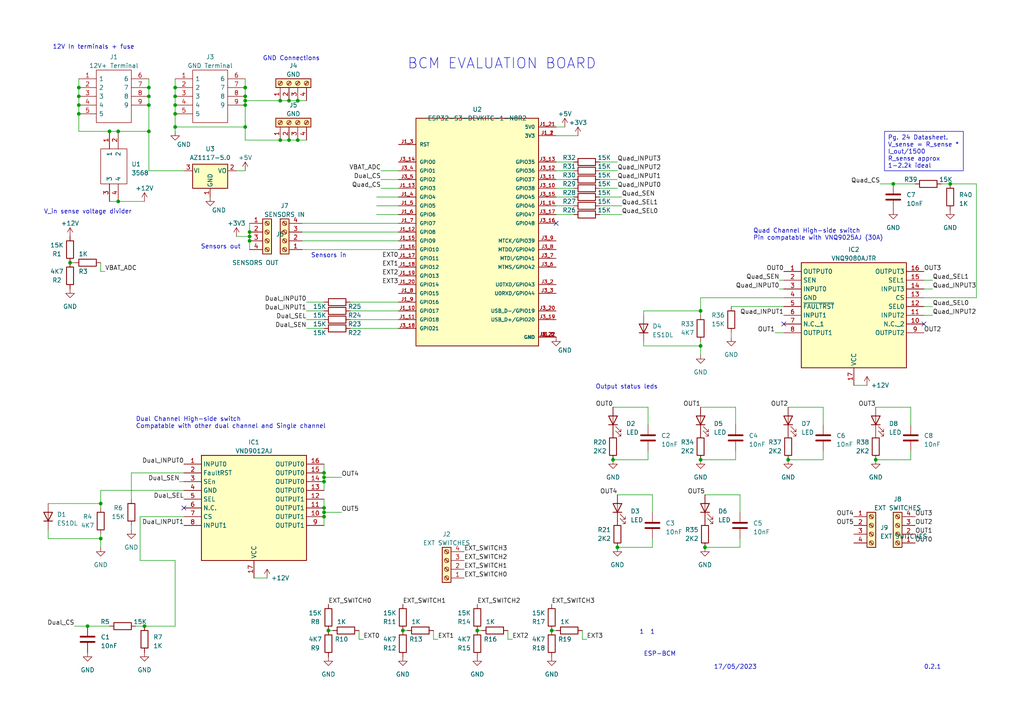
<source format=kicad_sch>
(kicad_sch (version 20230121) (generator eeschema)
  (paper "A4")
  (lib_symbols
    (symbol "3568:3568" (pin_names (offset 0.762))
      (property "Reference" "U" (at 16.51 7.62 0))
      (property "Value" "3568" (at 16.51 5.08 0))
      (symbol "3568_0_0"
        (pin passive line (at 0 -2.54 0) (length 5.08) (name "1") (number "1"))
        (pin passive line (at 0 0 0) (length 5.08) (name "2") (number "2"))
        (pin passive line (at 20.32 -2.54 180) (length 5.08) (name "3") (number "3"))
        (pin passive line (at 20.32 0 180) (length 5.08) (name "4") (number "4"))
      )
    )
    (symbol "74650194R:74650194R" (pin_names (offset 0.762))
      (property "Reference" "J" (at 16.51 7.62 0))
      (property "Value" "74650194R" (at 16.51 5.08 0))
      (symbol "74650194R_0_0"
        (pin passive line (at 0 0 0) (length 5.08) (name "1") (number "1"))
        (pin passive line (at 0 -2.54 0) (length 5.08) (name "2") (number "2"))
        (pin passive line (at 0 -5.08 0) (length 5.08) (name "3") (number "3"))
        (pin passive line (at 0 -7.62 0) (length 5.08) (name "4") (number "4"))
        (pin passive line (at 0 -10.16 0) (length 5.08) (name "5") (number "5"))
        (pin passive line (at 20.32 0 180) (length 5.08) (name "6") (number "6"))
        (pin passive line (at 20.32 -2.54 180) (length 5.08) (name "7") (number "7"))
        (pin passive line (at 20.32 -5.08 180) (length 5.08) (name "8") (number "8"))
        (pin passive line (at 20.32 -7.62 180) (length 5.08) (name "9") (number "9"))
      )
    )
    (symbol "BCM:VND9016AJ"
      (property "Reference" "IC" (at 36.83 7.62 0))
      (property "Value" "VND9016AJ" (at 36.83 5.08 0))
      (symbol "VND9016AJ_1_1"
        (pin passive line (at 0 0 0) (length 5.08) (name "INPUT0") (number "1"))
        (pin passive line (at 40.64 -15.24 180) (length 5.08) (name "OUTPUT1") (number "10"))
        (pin passive line (at 40.64 -12.7 180) (length 5.08) (name "OUTPUT1") (number "11"))
        (pin passive line (at 40.64 -10.16 180) (length 5.08) (name "OUTPUT1") (number "12"))
        (pin passive line (at 40.64 -7.62 180) (length 5.08) (name "OUTPUT0") (number "13"))
        (pin passive line (at 40.64 -5.08 180) (length 5.08) (name "OUTPUT0") (number "14"))
        (pin passive line (at 40.64 -2.54 180) (length 5.08) (name "OUTPUT0") (number "15"))
        (pin passive line (at 40.64 0 180) (length 5.08) (name "OUTPUT0") (number "16"))
        (pin passive line (at 20.32 -33.02 90) (length 5.08) (name "VCC") (number "17"))
        (pin passive line (at 0 -2.54 0) (length 5.08) (name "FaultRST") (number "2"))
        (pin passive line (at 0 -5.08 0) (length 5.08) (name "SEn") (number "3"))
        (pin passive line (at 0 -7.62 0) (length 5.08) (name "GND") (number "4"))
        (pin passive line (at 0 -10.16 0) (length 5.08) (name "SEL") (number "5"))
        (pin passive line (at 0 -12.7 0) (length 5.08) (name "N.C.") (number "6"))
        (pin passive line (at 0 -15.24 0) (length 5.08) (name "CS") (number "7"))
        (pin passive line (at 0 -17.78 0) (length 5.08) (name "INPUT1") (number "8"))
        (pin passive line (at 40.64 -17.78 180) (length 5.08) (name "OUTPUT1") (number "9"))
      )
    )
    (symbol "Connector:Screw_Terminal_01x04" (pin_names (offset 1.016) hide)
      (property "Reference" "J" (at 0 5.08 0))
      (property "Value" "Screw_Terminal_01x04" (at 0 -7.62 0))
      (symbol "Screw_Terminal_01x04_1_1"
        (pin passive line (at -5.08 2.54 0) (length 3.81) (name "Pin_1") (number "1"))
        (pin passive line (at -5.08 0 0) (length 3.81) (name "Pin_2") (number "2"))
        (pin passive line (at -5.08 -2.54 0) (length 3.81) (name "Pin_3") (number "3"))
        (pin passive line (at -5.08 -5.08 0) (length 3.81) (name "Pin_4") (number "4"))
      )
    )
    (symbol "Device:C" (pin_numbers hide) (pin_names (offset 0.254))
      (property "Reference" "C" (at 0.635 2.54 0))
      (property "Value" "C" (at 0.635 -2.54 0))
      (symbol "C_1_1"
        (pin passive line (at 0 3.81 270) (length 2.794) (name "~") (number "1"))
        (pin passive line (at 0 -3.81 90) (length 2.794) (name "~") (number "2"))
      )
    )
    (symbol "Device:D" (pin_numbers hide) (pin_names (offset 1.016) hide)
      (property "Reference" "D" (at 0 2.54 0))
      (property "Value" "D" (at 0 -2.54 0))
      (symbol "D_1_1"
        (pin passive line (at -3.81 0 0) (length 2.54) (name "K") (number "1"))
        (pin passive line (at 3.81 0 180) (length 2.54) (name "A") (number "2"))
      )
    )
    (symbol "Device:LED" (pin_numbers hide) (pin_names (offset 1.016) hide)
      (property "Reference" "D" (at 0 2.54 0))
      (property "Value" "LED" (at 0 -2.54 0))
      (symbol "LED_1_1"
        (pin passive line (at -3.81 0 0) (length 2.54) (name "K") (number "1"))
        (pin passive line (at 3.81 0 180) (length 2.54) (name "A") (number "2"))
      )
    )
    (symbol "Device:R" (pin_numbers hide) (pin_names (offset 0))
      (property "Reference" "R" (at 2.032 0 90))
      (property "Value" "R" (at 0 0 90))
      (symbol "R_1_1"
        (pin passive line (at 0 3.81 270) (length 1.27) (name "~") (number "1"))
        (pin passive line (at 0 -3.81 90) (length 1.27) (name "~") (number "2"))
      )
    )
    (symbol "ESP32-S3-DEVKITC-1-N8R2:ESP32-S3-DEVKITC-1-N8R2" (pin_names (offset 1.016))
      (property "Reference" "U" (at -17.78 35.56 0))
      (property "Value" "ESP32-S3-DEVKITC-1-N8R2" (at -17.78 -35.56 0))
      (symbol "ESP32-S3-DEVKITC-1-N8R2_0_0"
        (pin power_in line (at 22.86 27.94 180) (length 5.08) (name "3V3") (number "J1_1"))
        (pin bidirectional line (at -22.86 -22.86 0) (length 5.08) (name "GPIO17") (number "J1_10"))
        (pin bidirectional line (at -22.86 -25.4 0) (length 5.08) (name "GPIO18") (number "J1_11"))
        (pin bidirectional line (at -22.86 0 0) (length 5.08) (name "GPIO8") (number "J1_12"))
        (pin bidirectional line (at -22.86 12.7 0) (length 5.08) (name "GPIO3") (number "J1_13"))
        (pin bidirectional line (at 22.86 7.62 180) (length 5.08) (name "GPIO46") (number "J1_14"))
        (pin bidirectional line (at -22.86 -2.54 0) (length 5.08) (name "GPIO9") (number "J1_15"))
        (pin bidirectional line (at -22.86 -5.08 0) (length 5.08) (name "GPIO10") (number "J1_16"))
        (pin bidirectional line (at -22.86 -7.62 0) (length 5.08) (name "GPIO11") (number "J1_17"))
        (pin bidirectional line (at -22.86 -10.16 0) (length 5.08) (name "GPIO12") (number "J1_18"))
        (pin bidirectional line (at -22.86 -12.7 0) (length 5.08) (name "GPIO13") (number "J1_19"))
        (pin power_in line (at 22.86 27.94 180) (length 5.08) (name "3V3") (number "J1_2"))
        (pin bidirectional line (at -22.86 -15.24 0) (length 5.08) (name "GPIO14") (number "J1_20"))
        (pin power_in line (at 22.86 30.48 180) (length 5.08) (name "5V0") (number "J1_21"))
        (pin power_in line (at 22.86 -30.48 180) (length 5.08) (name "GND") (number "J1_22"))
        (pin input line (at -22.86 25.4 0) (length 5.08) (name "RST") (number "J1_3"))
        (pin bidirectional line (at -22.86 10.16 0) (length 5.08) (name "GPIO4") (number "J1_4"))
        (pin bidirectional line (at -22.86 7.62 0) (length 5.08) (name "GPIO5") (number "J1_5"))
        (pin bidirectional line (at -22.86 5.08 0) (length 5.08) (name "GPIO6") (number "J1_6"))
        (pin bidirectional line (at -22.86 2.54 0) (length 5.08) (name "GPIO7") (number "J1_7"))
        (pin bidirectional line (at -22.86 -17.78 0) (length 5.08) (name "GPIO15") (number "J1_8"))
        (pin bidirectional line (at -22.86 -20.32 0) (length 5.08) (name "GPIO16") (number "J1_9"))
        (pin power_in line (at 22.86 -30.48 180) (length 5.08) (name "GND") (number "J3_1"))
        (pin bidirectional line (at 22.86 12.7 180) (length 5.08) (name "GPIO38") (number "J3_10"))
        (pin bidirectional line (at 22.86 15.24 180) (length 5.08) (name "GPIO37") (number "J3_11"))
        (pin bidirectional line (at 22.86 17.78 180) (length 5.08) (name "GPIO36") (number "J3_12"))
        (pin bidirectional line (at 22.86 20.32 180) (length 5.08) (name "GPIO35") (number "J3_13"))
        (pin bidirectional line (at -22.86 20.32 0) (length 5.08) (name "GPIO0") (number "J3_14"))
        (pin bidirectional line (at 22.86 10.16 180) (length 5.08) (name "GPIO45") (number "J3_15"))
        (pin bidirectional line (at 22.86 2.54 180) (length 5.08) (name "GPIO48") (number "J3_16"))
        (pin bidirectional line (at 22.86 5.08 180) (length 5.08) (name "GPIO47") (number "J3_17"))
        (pin bidirectional line (at -22.86 -27.94 0) (length 5.08) (name "GPIO21") (number "J3_18"))
        (pin bidirectional line (at 22.86 -25.4 180) (length 5.08) (name "USB_D+/GPIO20") (number "J3_19"))
        (pin bidirectional line (at 22.86 -15.24 180) (length 5.08) (name "U0TXD/GPIO43") (number "J3_2"))
        (pin bidirectional line (at 22.86 -22.86 180) (length 5.08) (name "USB_D-/GPIO19") (number "J3_20"))
        (pin power_in line (at 22.86 -30.48 180) (length 5.08) (name "GND") (number "J3_21"))
        (pin power_in line (at 22.86 -30.48 180) (length 5.08) (name "GND") (number "J3_22"))
        (pin bidirectional line (at 22.86 -17.78 180) (length 5.08) (name "U0RXD/GPIO44") (number "J3_3"))
        (pin bidirectional line (at -22.86 17.78 0) (length 5.08) (name "GPIO1") (number "J3_4"))
        (pin bidirectional line (at -22.86 15.24 0) (length 5.08) (name "GPIO2") (number "J3_5"))
        (pin bidirectional line (at 22.86 -10.16 180) (length 5.08) (name "MTMS/GPIO42") (number "J3_6"))
        (pin bidirectional line (at 22.86 -7.62 180) (length 5.08) (name "MTDI/GPIO41") (number "J3_7"))
        (pin bidirectional line (at 22.86 -5.08 180) (length 5.08) (name "MTDO/GPIO40") (number "J3_8"))
        (pin bidirectional line (at 22.86 -2.54 180) (length 5.08) (name "MTCK/GPIO39") (number "J3_9"))
      )
    )
    (symbol "Regulator_Linear:AZ1117-5.0" (pin_names (offset 0.254))
      (property "Reference" "U" (at -3.81 3.175 0))
      (property "Value" "AZ1117-5.0" (at 0 3.175 0))
      (symbol "AZ1117-5.0_1_1"
        (pin power_in line (at 0 -7.62 90) (length 2.54) (name "GND") (number "1"))
        (pin power_out line (at 7.62 0 180) (length 2.54) (name "VO") (number "2"))
        (pin power_in line (at -7.62 0 0) (length 2.54) (name "VI") (number "3"))
      )
    )
    (symbol "VNQ9080AJTR:VNQ9080AJTR"
      (property "Reference" "IC" (at 36.83 7.62 0))
      (property "Value" "VNQ9080AJTR" (at 36.83 5.08 0))
      (symbol "VNQ9080AJTR_1_1"
        (pin passive line (at 0 0 0) (length 5.08) (name "OUTPUT0") (number "1"))
        (pin passive line (at 40.64 -15.24 180) (length 5.08) (name "N.C._2") (number "10"))
        (pin passive line (at 40.64 -12.7 180) (length 5.08) (name "INPUT2") (number "11"))
        (pin passive line (at 40.64 -10.16 180) (length 5.08) (name "SEL0") (number "12"))
        (pin passive line (at 40.64 -7.62 180) (length 5.08) (name "CS") (number "13"))
        (pin passive line (at 40.64 -5.08 180) (length 5.08) (name "INPUT3") (number "14"))
        (pin passive line (at 40.64 -2.54 180) (length 5.08) (name "SEL1") (number "15"))
        (pin passive line (at 40.64 0 180) (length 5.08) (name "OUTPUT3") (number "16"))
        (pin passive line (at 20.32 -33.02 90) (length 5.08) (name "VCC") (number "17"))
        (pin passive line (at 0 -2.54 0) (length 5.08) (name "SEN") (number "2"))
        (pin passive line (at 0 -5.08 0) (length 5.08) (name "INPUT0") (number "3"))
        (pin passive line (at 0 -7.62 0) (length 5.08) (name "GND") (number "4"))
        (pin passive line (at 0 -10.16 0) (length 5.08) (name "~{FAULTRST}") (number "5"))
        (pin passive line (at 0 -12.7 0) (length 5.08) (name "INPUT1") (number "6"))
        (pin passive line (at 0 -15.24 0) (length 5.08) (name "N.C._1") (number "7"))
        (pin passive line (at 0 -17.78 0) (length 5.08) (name "OUTPUT1") (number "8"))
        (pin passive line (at 40.64 -17.78 180) (length 5.08) (name "OUTPUT2") (number "9"))
      )
    )
    (symbol "power:+12V" (power) (pin_names (offset 0))
      (property "Value" "+12V" (at 0 3.556 0))
      (symbol "+12V_1_1"
        (pin power_in line (at 0 0 90) (length 0) hide (name "+12V") (number "1"))
      )
    )
    (symbol "power:+3V3" (power) (pin_names (offset 0))
      (property "Value" "+3V3" (at 0 3.556 0))
      (symbol "+3V3_1_1"
        (pin power_in line (at 0 0 90) (length 0) hide (name "+3V3") (number "1"))
      )
    )
    (symbol "power:+5V" (power) (pin_names (offset 0))
      (property "Value" "+5V" (at 0 3.556 0))
      (symbol "+5V_1_1"
        (pin power_in line (at 0 0 90) (length 0) hide (name "+5V") (number "1"))
      )
    )
    (symbol "power:GND" (power) (pin_names (offset 0))
      (property "Value" "GND" (at 0 -3.81 0))
      (symbol "GND_1_1"
        (pin power_in line (at 0 0 270) (length 0) hide (name "GND") (number "1"))
      )
    )
  )
  (junction (at 254 133.35))
  (junction (at 34.29 38.1))
  (junction (at 160.02 182.88))
  (junction (at 25.4 181.61))
  (junction (at 71.12 27.94))
  (junction (at 116.84 182.88))
  (junction (at 203.2 100.33))
  (junction (at 138.43 182.88))
  (junction (at 95.25 182.88))
  (junction (at 71.12 36.83))
  (junction (at 43.18 27.94))
  (junction (at 31.75 38.1))
  (junction (at 179.07 158.75))
  (junction (at 275.59 53.34))
  (junction (at 81.28 40.64))
  (junction (at 71.12 29.21))
  (junction (at 50.8 27.94))
  (junction (at 86.36 40.64))
  (junction (at 71.12 25.4))
  (junction (at 22.86 27.94))
  (junction (at 22.86 30.48))
  (junction (at 50.8 33.02))
  (junction (at 71.12 30.48))
  (junction (at 93.98 138.43))
  (junction (at 86.36 29.21))
  (junction (at 83.82 40.64))
  (junction (at 177.8 133.35))
  (junction (at 22.86 33.02))
  (junction (at 81.28 29.21))
  (junction (at 93.98 147.32))
  (junction (at 22.86 25.4))
  (junction (at 204.47 158.75))
  (junction (at 203.2 133.35))
  (junction (at 34.29 58.42))
  (junction (at 72.39 67.31))
  (junction (at 203.2 90.17))
  (junction (at 29.21 156.21))
  (junction (at 72.39 69.85))
  (junction (at 228.6 133.35))
  (junction (at 20.32 76.2))
  (junction (at 83.82 29.21))
  (junction (at 50.8 36.83))
  (junction (at 41.91 181.61))
  (junction (at 93.98 139.7))
  (junction (at 259.08 53.34))
  (junction (at 93.98 149.86))
  (junction (at 43.18 30.48))
  (junction (at 43.18 25.4))
  (junction (at 93.98 148.59))
  (junction (at 50.8 25.4))
  (junction (at 93.98 137.16))
  (junction (at 50.8 30.48))
  (junction (at 72.39 68.58))
  (junction (at 29.21 146.05))
  (junction (at 43.18 38.1))
  (no_connect (at 267.97 93.98))
  (no_connect (at 53.34 147.32))
  (no_connect (at 227.33 93.98))
  (no_connect (at 161.29 64.77))
  (wire (pts (xy 53.34 139.7) (xy 52.07 139.7)))
  (wire (pts (xy 203.2 90.17) (xy 203.2 86.36)))
  (wire (pts (xy 109.22 62.23) (xy 115.57 62.23)))
  (wire (pts (xy 203.2 90.17) (xy 186.69 90.17)))
  (wire (pts (xy 40.64 162.56) (xy 40.64 149.86)))
  (wire (pts (xy 86.36 40.64) (xy 83.82 40.64)))
  (wire (pts (xy 38.1 137.16) (xy 53.34 137.16)))
  (wire (pts (xy 264.16 118.11) (xy 254 118.11)))
  (wire (pts (xy 189.23 148.59) (xy 189.23 143.51)))
  (wire (pts (xy 173.99 62.23) (xy 180.34 62.23)))
  (wire (pts (xy 186.69 100.33) (xy 203.2 100.33)))
  (wire (pts (xy 168.91 185.42) (xy 168.91 182.88)))
  (wire (pts (xy 148.59 185.42) (xy 147.32 185.42)))
  (wire (pts (xy 43.18 25.4) (xy 43.18 27.94)))
  (wire (pts (xy 50.8 38.1) (xy 50.8 36.83)))
  (wire (pts (xy 29.21 156.21) (xy 29.21 158.75)))
  (wire (pts (xy 21.59 76.2) (xy 20.32 76.2)))
  (wire (pts (xy 170.18 185.42) (xy 168.91 185.42)))
  (wire (pts (xy 43.18 27.94) (xy 43.18 30.48)))
  (wire (pts (xy 43.18 49.53) (xy 43.18 38.1)))
  (wire (pts (xy 93.98 144.78) (xy 93.98 147.32)))
  (wire (pts (xy 50.8 30.48) (xy 50.8 27.94)))
  (wire (pts (xy 267.97 91.44) (xy 270.51 91.44)))
  (wire (pts (xy 264.16 123.19) (xy 264.16 118.11)))
  (wire (pts (xy 22.86 30.48) (xy 22.86 33.02)))
  (wire (pts (xy 101.6 90.17) (xy 115.57 90.17)))
  (wire (pts (xy 72.39 68.58) (xy 72.39 67.31)))
  (wire (pts (xy 203.2 90.17) (xy 203.2 91.44)))
  (wire (pts (xy 71.12 29.21) (xy 71.12 30.48)))
  (wire (pts (xy 161.29 49.53) (xy 166.37 49.53)))
  (wire (pts (xy 187.96 123.19) (xy 187.96 118.11)))
  (wire (pts (xy 43.18 30.48) (xy 43.18 38.1)))
  (wire (pts (xy 251.46 111.76) (xy 247.65 111.76)))
  (wire (pts (xy 101.6 95.25) (xy 115.57 95.25)))
  (wire (pts (xy 38.1 152.4) (xy 38.1 153.67)))
  (wire (pts (xy 109.22 57.15) (xy 115.57 57.15)))
  (wire (pts (xy 186.69 100.33) (xy 186.69 99.06)))
  (wire (pts (xy 213.36 130.81) (xy 213.36 133.35)))
  (wire (pts (xy 173.99 54.61) (xy 179.07 54.61)))
  (wire (pts (xy 238.76 123.19) (xy 238.76 118.11)))
  (wire (pts (xy 267.97 86.36) (xy 283.21 86.36)))
  (wire (pts (xy 214.63 148.59) (xy 214.63 143.51)))
  (wire (pts (xy 22.86 25.4) (xy 22.86 27.94)))
  (wire (pts (xy 226.06 81.28) (xy 227.33 81.28)))
  (wire (pts (xy 161.29 52.07) (xy 166.37 52.07)))
  (wire (pts (xy 72.39 72.39) (xy 72.39 69.85)))
  (wire (pts (xy 93.98 139.7) (xy 93.98 142.24)))
  (wire (pts (xy 72.39 67.31) (xy 72.39 64.77)))
  (wire (pts (xy 71.12 29.21) (xy 81.28 29.21)))
  (wire (pts (xy 53.34 49.53) (xy 43.18 49.53)))
  (wire (pts (xy 238.76 130.81) (xy 238.76 133.35)))
  (wire (pts (xy 203.2 99.06) (xy 203.2 100.33)))
  (wire (pts (xy 83.82 29.21) (xy 86.36 29.21)))
  (wire (pts (xy 50.8 162.56) (xy 40.64 162.56)))
  (wire (pts (xy 173.99 49.53) (xy 179.07 49.53)))
  (wire (pts (xy 71.12 49.53) (xy 68.58 49.53)))
  (wire (pts (xy 238.76 133.35) (xy 228.6 133.35)))
  (wire (pts (xy 173.99 59.69) (xy 180.34 59.69)))
  (wire (pts (xy 72.39 69.85) (xy 72.39 68.58)))
  (wire (pts (xy 270.51 81.28) (xy 267.97 81.28)))
  (wire (pts (xy 21.59 181.61) (xy 25.4 181.61)))
  (wire (pts (xy 224.79 96.52) (xy 227.33 96.52)))
  (wire (pts (xy 189.23 156.21) (xy 189.23 158.75)))
  (wire (pts (xy 34.29 38.1) (xy 43.18 38.1)))
  (wire (pts (xy 163.83 36.83) (xy 161.29 36.83)))
  (wire (pts (xy 161.29 62.23) (xy 166.37 62.23)))
  (wire (pts (xy 25.4 181.61) (xy 31.75 181.61)))
  (wire (pts (xy 213.36 123.19) (xy 213.36 118.11)))
  (wire (pts (xy 81.28 40.64) (xy 71.12 40.64)))
  (wire (pts (xy 167.64 39.37) (xy 161.29 39.37)))
  (wire (pts (xy 72.39 68.58) (xy 68.58 68.58)))
  (wire (pts (xy 161.29 182.88) (xy 160.02 182.88)))
  (wire (pts (xy 187.96 130.81) (xy 187.96 133.35)))
  (wire (pts (xy 110.49 54.61) (xy 115.57 54.61)))
  (wire (pts (xy 81.28 29.21) (xy 83.82 29.21)))
  (wire (pts (xy 214.63 156.21) (xy 214.63 158.75)))
  (wire (pts (xy 93.98 134.62) (xy 93.98 137.16)))
  (wire (pts (xy 22.86 22.86) (xy 22.86 25.4)))
  (wire (pts (xy 87.63 64.77) (xy 115.57 64.77)))
  (wire (pts (xy 93.98 138.43) (xy 93.98 139.7)))
  (wire (pts (xy 203.2 100.33) (xy 203.2 102.87)))
  (wire (pts (xy 87.63 67.31) (xy 115.57 67.31)))
  (wire (pts (xy 104.14 185.42) (xy 104.14 182.88)))
  (wire (pts (xy 50.8 33.02) (xy 50.8 30.48)))
  (wire (pts (xy 93.98 148.59) (xy 93.98 149.86)))
  (wire (pts (xy 214.63 143.51) (xy 204.47 143.51)))
  (wire (pts (xy 147.32 185.42) (xy 147.32 182.88)))
  (wire (pts (xy 187.96 133.35) (xy 177.8 133.35)))
  (wire (pts (xy 93.98 95.25) (xy 88.9 95.25)))
  (wire (pts (xy 283.21 86.36) (xy 283.21 53.34)))
  (wire (pts (xy 259.08 53.34) (xy 265.43 53.34)))
  (wire (pts (xy 161.29 59.69) (xy 166.37 59.69)))
  (wire (pts (xy 227.33 83.82) (xy 226.06 83.82)))
  (wire (pts (xy 22.86 38.1) (xy 22.86 33.02)))
  (wire (pts (xy 88.9 92.71) (xy 93.98 92.71)))
  (wire (pts (xy 161.29 54.61) (xy 166.37 54.61)))
  (wire (pts (xy 29.21 142.24) (xy 53.34 142.24)))
  (wire (pts (xy 29.21 146.05) (xy 13.97 146.05)))
  (wire (pts (xy 30.48 78.74) (xy 29.21 78.74)))
  (wire (pts (xy 31.75 58.42) (xy 34.29 58.42)))
  (wire (pts (xy 105.41 185.42) (xy 104.14 185.42)))
  (wire (pts (xy 13.97 156.21) (xy 29.21 156.21)))
  (wire (pts (xy 273.05 53.34) (xy 275.59 53.34)))
  (wire (pts (xy 101.6 92.71) (xy 115.57 92.71)))
  (wire (pts (xy 125.73 185.42) (xy 125.73 182.88)))
  (wire (pts (xy 40.64 149.86) (xy 53.34 149.86)))
  (wire (pts (xy 109.22 59.69) (xy 115.57 59.69)))
  (wire (pts (xy 93.98 147.32) (xy 93.98 148.59)))
  (wire (pts (xy 93.98 149.86) (xy 93.98 152.4)))
  (wire (pts (xy 29.21 154.94) (xy 29.21 156.21)))
  (wire (pts (xy 118.11 182.88) (xy 116.84 182.88)))
  (wire (pts (xy 41.91 181.61) (xy 50.8 181.61)))
  (wire (pts (xy 88.9 87.63) (xy 93.98 87.63)))
  (wire (pts (xy 110.49 49.53) (xy 115.57 49.53)))
  (wire (pts (xy 29.21 146.05) (xy 29.21 142.24)))
  (wire (pts (xy 203.2 86.36) (xy 227.33 86.36)))
  (wire (pts (xy 71.12 36.83) (xy 50.8 36.83)))
  (wire (pts (xy 88.9 90.17) (xy 93.98 90.17)))
  (wire (pts (xy 186.69 90.17) (xy 186.69 91.44)))
  (wire (pts (xy 264.16 130.81) (xy 264.16 133.35)))
  (wire (pts (xy 161.29 46.99) (xy 166.37 46.99)))
  (wire (pts (xy 71.12 40.64) (xy 71.12 36.83)))
  (wire (pts (xy 139.7 182.88) (xy 138.43 182.88)))
  (wire (pts (xy 173.99 57.15) (xy 180.34 57.15)))
  (wire (pts (xy 127 185.42) (xy 125.73 185.42)))
  (wire (pts (xy 71.12 30.48) (xy 71.12 36.83)))
  (wire (pts (xy 99.06 148.59) (xy 93.98 148.59)))
  (wire (pts (xy 87.63 69.85) (xy 115.57 69.85)))
  (wire (pts (xy 189.23 158.75) (xy 179.07 158.75)))
  (wire (pts (xy 173.99 52.07) (xy 179.07 52.07)))
  (wire (pts (xy 267.97 88.9) (xy 270.51 88.9)))
  (wire (pts (xy 39.37 181.61) (xy 41.91 181.61)))
  (wire (pts (xy 34.29 58.42) (xy 41.91 58.42)))
  (wire (pts (xy 29.21 78.74) (xy 29.21 76.2)))
  (wire (pts (xy 267.97 83.82) (xy 270.51 83.82)))
  (wire (pts (xy 50.8 25.4) (xy 50.8 27.94)))
  (wire (pts (xy 255.27 53.34) (xy 259.08 53.34)))
  (wire (pts (xy 214.63 158.75) (xy 204.47 158.75)))
  (wire (pts (xy 50.8 25.4) (xy 50.8 22.86)))
  (wire (pts (xy 238.76 118.11) (xy 228.6 118.11)))
  (wire (pts (xy 110.49 52.07) (xy 115.57 52.07)))
  (wire (pts (xy 38.1 144.78) (xy 38.1 137.16)))
  (wire (pts (xy 22.86 38.1) (xy 31.75 38.1)))
  (wire (pts (xy 275.59 53.34) (xy 283.21 53.34)))
  (wire (pts (xy 22.86 27.94) (xy 22.86 30.48)))
  (wire (pts (xy 86.36 29.21) (xy 88.9 29.21)))
  (wire (pts (xy 93.98 137.16) (xy 93.98 138.43)))
  (wire (pts (xy 50.8 36.83) (xy 50.8 33.02)))
  (wire (pts (xy 189.23 143.51) (xy 179.07 143.51)))
  (wire (pts (xy 173.99 46.99) (xy 179.07 46.99)))
  (wire (pts (xy 31.75 38.1) (xy 34.29 38.1)))
  (wire (pts (xy 187.96 118.11) (xy 177.8 118.11)))
  (wire (pts (xy 71.12 22.86) (xy 71.12 25.4)))
  (wire (pts (xy 212.09 96.52) (xy 212.09 97.79)))
  (wire (pts (xy 87.63 72.39) (xy 115.57 72.39)))
  (wire (pts (xy 29.21 146.05) (xy 29.21 147.32)))
  (wire (pts (xy 88.9 40.64) (xy 86.36 40.64)))
  (wire (pts (xy 43.18 22.86) (xy 43.18 25.4)))
  (wire (pts (xy 212.09 88.9) (xy 227.33 88.9)))
  (wire (pts (xy 71.12 27.94) (xy 71.12 29.21)))
  (wire (pts (xy 161.29 57.15) (xy 166.37 57.15)))
  (wire (pts (xy 96.52 182.88) (xy 95.25 182.88)))
  (wire (pts (xy 77.47 167.64) (xy 73.66 167.64)))
  (wire (pts (xy 264.16 133.35) (xy 254 133.35)))
  (wire (pts (xy 13.97 153.67) (xy 13.97 156.21)))
  (wire (pts (xy 101.6 87.63) (xy 115.57 87.63)))
  (wire (pts (xy 213.36 133.35) (xy 203.2 133.35)))
  (wire (pts (xy 93.98 138.43) (xy 99.06 138.43)))
  (wire (pts (xy 71.12 25.4) (xy 71.12 27.94)))
  (wire (pts (xy 83.82 40.64) (xy 81.28 40.64)))
  (wire (pts (xy 213.36 118.11) (xy 203.2 118.11)))
  (wire (pts (xy 50.8 181.61) (xy 50.8 162.56)))
  (text_box "Pg. 24 Datasheet. V_sense = R_sense * I_out/1500\nR_sense approx 1-2.2k ideal" (at 256.54 38.1 0) (size 22.86 11.43) (effects (font (size 1.27 1.27)) (justify left top)))
  (text "Sensors out" (at 69.85 72.39 0) (effects (font (size 1.27 1.27)) (justify right bottom)))
  (text "Dual Channel High-side switch\nCompatable with other dual channel and Single channel" (at 39.37 124.46 0) (effects (font (size 1.27 1.27)) (justify left bottom)))
  (text "0.2.1" (at 267.97 194.31 0) (effects (font (size 1.27 1.27)) (justify left bottom)))
  (text "ESP-BCM" (at 186.69 190.5 0) (effects (font (size 1.27 1.27)) (justify left bottom)))
  (text "GND Connections\n" (at 76.2 17.78 0) (effects (font (size 1.27 1.27)) (justify left bottom)))
  (text "V_in sense voltage divider\n" (at 12.7 62.23 0) (effects (font (size 1.27 1.27)) (justify left bottom)))
  (text "12V In terminals + fuse\n\n" (at 15.24 16.51 0) (effects (font (size 1.27 1.27)) (justify left bottom)))
  (text "Quad Channel High-side switch\nPin compatable with VNQ9025AJ (30A)" (at 218.44 69.85 0) (effects (font (size 1.27 1.27)) (justify left bottom)))
  (text "BCM EVALUATION BOARD" (at 118.11 20.32 0) (effects (font (size 3 3)) (justify left bottom)))
  (text "Output status leds" (at 172.72 113.03 0) (effects (font (size 1.27 1.27)) (justify left bottom)))
  (text "1  1" (at 185.42 184.15 0) (effects (font (size 1.27 1.27)) (justify left bottom)))
  (text "Sensors in" (at 90.17 74.93 0) (effects (font (size 1.27 1.27)) (justify left bottom)))
  (text "17/05/2023" (at 207.01 194.31 0) (effects (font (size 1.27 1.27)) (justify left bottom)))
  (label "Quad_INPUT2" (at 270.51 91.44 0))
  (label "OUT3" (at 267.97 78.74 0))
  (label "Quad_CS" (at 255.27 53.34 180))
  (label "EXT2" (at 148.59 185.42 0))
  (label "Quad_INPUT0" (at 226.06 83.82 180))
  (label "OUT3" (at 265.43 149.86 0))
  (label "OUT2" (at 267.97 96.52 0))
  (label "OUT1" (at 203.2 118.11 180))
  (label "OUT0" (at 177.8 118.11 180))
  (label "OUT4" (at 99.06 138.43 0))
  (label "VBAT_ADC" (at 110.49 49.53 180))
  (label "Quad_INPUT3" (at 270.51 83.82 0))
  (label "Quad_SEN" (at 226.06 81.28 180))
  (label "Quad_SEL0" (at 270.51 88.9 0))
  (label "Dual_SEN" (at 52.07 139.7 180))
  (label "OUT4" (at 247.65 149.86 180))
  (label "OUT5" (at 204.47 143.51 180))
  (label "EXT1" (at 127 185.42 0))
  (label "EXT_SWITCH2" (at 138.43 175.26 0))
  (label "OUT1" (at 224.79 96.52 180))
  (label "OUT0" (at 227.33 78.74 180))
  (label "Quad_INPUT1" (at 227.33 91.44 180))
  (label "Dual_SEL" (at 53.34 144.78 180))
  (label "EXT1" (at 115.57 77.47 180))
  (label "EXT_SWITCH0" (at 95.25 175.26 0))
  (label "Quad_SEL0" (at 180.34 62.23 0))
  (label "OUT1" (at 265.43 154.94 0))
  (label "EXT_SWITCH1" (at 116.84 175.26 0))
  (label "EXT0" (at 105.41 185.42 0))
  (label "OUT5" (at 99.06 148.59 0))
  (label "Quad_INPUT3" (at 179.07 46.99 0))
  (label "Dual_CS" (at 21.59 181.61 180))
  (label "Quad_SEL1" (at 270.51 81.28 0))
  (label "EXT_SWITCH2" (at 134.62 162.56 0))
  (label "Quad_INPUT0" (at 179.07 54.61 0))
  (label "EXT_SWITCH1" (at 134.62 165.1 0))
  (label "Dual_INPUT1" (at 53.34 152.4 180))
  (label "EXT3" (at 170.18 185.42 0))
  (label "EXT_SWITCH3" (at 134.62 160.02 0))
  (label "OUT2" (at 228.6 118.11 180))
  (label "EXT_SWITCH0" (at 134.62 167.64 0))
  (label "OUT5" (at 247.65 152.4 180))
  (label "OUT2" (at 265.43 152.4 0))
  (label "OUT4" (at 179.07 143.51 180))
  (label "Dual_CS" (at 110.49 52.07 180))
  (label "EXT0" (at 115.57 74.93 180))
  (label "EXT2" (at 115.57 80.01 180))
  (label "EXT_SWITCH3" (at 160.02 175.26 0))
  (label "OUT0" (at 265.43 157.48 0))
  (label "Dual_INPUT0" (at 53.34 134.62 180))
  (label "Quad_SEL1" (at 180.34 59.69 0))
  (label "Dual_SEN" (at 88.9 95.25 180))
  (label "Quad_CS" (at 110.49 54.61 180))
  (label "Dual_INPUT1" (at 88.9 90.17 180))
  (label "EXT3" (at 115.57 82.55 180))
  (label "VBAT_ADC" (at 30.48 78.74 0))
  (label "OUT3" (at 254 118.11 180))
  (label "Quad_INPUT2" (at 179.07 49.53 0))
  (label "Dual_INPUT0" (at 88.9 87.63 180))
  (label "Quad_INPUT1" (at 179.07 52.07 0))
  (label "Quad_SEN" (at 180.34 57.15 0))
  (label "Dual_SEL" (at 88.9 92.71 180))
  (symbol (lib_id "power:GND") (at 60.96 57.15 0) (unit 1)
    (property "Reference" "#PWR012" (effects hide))
    (property "Value" "GND" (at 63.5 60.96 0))
  )
  (symbol (lib_id "Device:R") (at 179.07 154.94 180) (unit 1)
    (property "Reference" "R21" (at 175.26 153.67 0))
    (property "Value" "2K2" (at 175.26 156.21 0))
    (property "Footprint" "Resistor_SMD:R_0805_2012Metric_Pad1.20x1.40mm_HandSolder" (effects hide))
  )
  (symbol (lib_id "power:GND") (at 177.8 133.35 0) (unit 1)
    (property "Reference" "#PWR024" (effects hide))
    (property "Value" "GND" (at 177.8 138.43 0))
  )
  (symbol (lib_id "Device:R") (at 97.79 87.63 270) (unit 1)
    (property "Reference" "R25" (at 102.87 88.9 90))
    (property "Value" "15K" (at 92.71 88.9 90))
    (property "Footprint" "Resistor_SMD:R_0805_2012Metric_Pad1.20x1.40mm_HandSolder" (effects hide))
  )
  (symbol (lib_id "Regulator_Linear:AZ1117-5.0") (at 60.96 49.53 0) (unit 1)
    (property "Reference" "U3" (at 60.96 43.18 0))
    (property "Value" "AZ1117-5.0" (at 60.96 45.72 0))
    (property "Footprint" "Package_TO_SOT_SMD:SOT-223-3_TabPin2" (effects hide))
    (property "Datasheet" "https://www.diodes.com/assets/Datasheets/AZ1117.pdf" (effects hide))
  )
  (symbol (lib_id "Device:R") (at 143.51 182.88 270) (unit 1)
    (property "Reference" "R16" (at 142.24 185.42 90))
    (property "Value" "1K" (at 142.24 180.34 90))
    (property "Footprint" "Resistor_SMD:R_0805_2012Metric_Pad1.20x1.40mm_HandSolder" (effects hide))
  )
  (symbol (lib_id "Device:R") (at 38.1 148.59 180) (unit 1)
    (property "Reference" "R6" (at 34.29 147.32 0))
    (property "Value" "15K" (at 34.29 149.86 0))
    (property "Footprint" "Resistor_SMD:R_0805_2012Metric_Pad1.20x1.40mm_HandSolder" (effects hide))
  )
  (symbol (lib_id "Device:R") (at 212.09 92.71 180) (unit 1)
    (property "Reference" "R36" (at 208.28 91.44 0))
    (property "Value" "15K" (at 208.28 93.98 0))
    (property "Footprint" "Resistor_SMD:R_0805_2012Metric_Pad1.20x1.40mm_HandSolder" (effects hide))
  )
  (symbol (lib_id "Device:D") (at 186.69 95.25 90) (unit 1)
    (property "Reference" "D4" (at 189.23 94.615 90) (effects (justify right)))
    (property "Value" "ES1DL" (at 189.23 97.155 90) (effects (justify right)))
    (property "Footprint" "Diode_SMD:D_SMA-SMB_Universal_Handsoldering" (effects hide))
    (property "Sim.Device" "D" (effects hide))
    (property "Sim.Pins" "1=K 2=A" (effects hide))
  )
  (symbol (lib_id "Device:R") (at 170.18 52.07 90) (unit 1)
    (property "Reference" "R30" (at 165.1 50.8 90))
    (property "Value" "15K" (at 175.26 50.8 90))
    (property "Footprint" "Resistor_SMD:R_0805_2012Metric_Pad1.20x1.40mm_HandSolder" (effects hide))
  )
  (symbol (lib_id "Connector:Screw_Terminal_01x04") (at 129.54 165.1 180) (unit 1)
    (property "Reference" "J2" (at 129.54 154.94 0))
    (property "Value" "EXT SWITCHES" (at 129.54 157.48 0))
    (property "Footprint" "TerminalBlock_RND:TerminalBlock_RND_205-00234_1x04_P5.08mm_Horizontal" (effects hide))
  )
  (symbol (lib_id "power:GND") (at 203.2 133.35 0) (unit 1)
    (property "Reference" "#PWR027" (effects hide))
    (property "Value" "GND" (at 203.2 138.43 0))
  )
  (symbol (lib_id "power:+12V") (at 41.91 58.42 0) (unit 1)
    (property "Reference" "#PWR06" (effects hide))
    (property "Value" "+12V" (at 41.91 54.61 0))
  )
  (symbol (lib_id "Device:C") (at 214.63 152.4 0) (unit 1)
    (property "Reference" "C5" (at 218.44 151.765 0) (effects (justify left)))
    (property "Value" "10nF" (at 218.44 154.305 0) (effects (justify left)))
    (property "Footprint" "Capacitor_SMD:C_0805_2012Metric_Pad1.18x1.45mm_HandSolder" (effects hide))
  )
  (symbol (lib_id "Device:LED") (at 177.8 121.92 90) (unit 1)
    (property "Reference" "D2" (at 181.61 122.8725 90) (effects (justify right)))
    (property "Value" "LED" (at 181.61 125.4125 90) (effects (justify right)))
    (property "Footprint" "Connector_PinHeader_2.54mm:PinHeader_1x02_P2.54mm_Vertical" (effects hide))
  )
  (symbol (lib_id "power:GND") (at 160.02 190.5 0) (unit 1)
    (property "Reference" "#PWR021" (effects hide))
    (property "Value" "GND" (at 160.02 195.58 0))
  )
  (symbol (lib_id "Connector:Screw_Terminal_01x04") (at 252.73 152.4 0) (unit 1)
    (property "Reference" "J9" (at 255.27 153.035 0) (effects (justify left)))
    (property "Value" "EXT SWITCHES" (at 255.27 155.575 0) (effects (justify left)))
    (property "Footprint" "TerminalBlock_RND:TerminalBlock_RND_205-00234_1x04_P5.08mm_Horizontal" (effects hide))
  )
  (symbol (lib_id "Device:R") (at 269.24 53.34 90) (unit 1)
    (property "Reference" "R39" (at 264.16 52.07 90))
    (property "Value" "15K" (at 274.32 52.07 90))
    (property "Footprint" "Resistor_SMD:R_0805_2012Metric_Pad1.20x1.40mm_HandSolder" (effects hide))
  )
  (symbol (lib_id "power:+12V") (at 77.47 167.64 0) (unit 1)
    (property "Reference" "#PWR09" (effects hide))
    (property "Value" "+12V" (at 81.28 167.64 0))
  )
  (symbol (lib_id "power:GND") (at 212.09 97.79 0) (unit 1)
    (property "Reference" "#PWR029" (effects hide))
    (property "Value" "GND" (at 212.09 102.87 0))
  )
  (symbol (lib_id "Device:R") (at 116.84 179.07 180) (unit 1)
    (property "Reference" "R11" (at 113.03 180.34 0))
    (property "Value" "15K" (at 113.03 177.8 0))
    (property "Footprint" "Resistor_SMD:R_0805_2012Metric_Pad1.20x1.40mm_HandSolder" (effects hide))
  )
  (symbol (lib_id "Device:C") (at 213.36 127 0) (unit 1)
    (property "Reference" "C4" (at 217.17 126.365 0) (effects (justify left)))
    (property "Value" "10nF" (at 217.17 128.905 0) (effects (justify left)))
    (property "Footprint" "Capacitor_SMD:C_0805_2012Metric_Pad1.18x1.45mm_HandSolder" (effects hide))
  )
  (symbol (lib_id "power:GND") (at 116.84 190.5 0) (unit 1)
    (property "Reference" "#PWR017" (effects hide))
    (property "Value" "GND" (at 116.84 195.58 0))
  )
  (symbol (lib_id "power:+3V3") (at 167.64 39.37 0) (unit 1)
    (property "Reference" "#PWR014" (effects hide))
    (property "Value" "+3V3" (at 167.64 35.56 0))
  )
  (symbol (lib_id "Device:R") (at 170.18 62.23 90) (unit 1)
    (property "Reference" "R26" (at 165.1 60.96 90))
    (property "Value" "15K" (at 175.26 60.96 90))
    (property "Footprint" "Resistor_SMD:R_0805_2012Metric_Pad1.20x1.40mm_HandSolder" (effects hide))
  )
  (symbol (lib_id "Device:LED") (at 254 121.92 90) (unit 1)
    (property "Reference" "D8" (at 257.81 122.8725 90) (effects (justify right)))
    (property "Value" "LED" (at 257.81 125.4125 90) (effects (justify right)))
    (property "Footprint" "Connector_PinHeader_2.54mm:PinHeader_1x02_P2.54mm_Vertical" (effects hide))
  )
  (symbol (lib_id "power:GND") (at 20.32 83.82 0) (unit 1)
    (property "Reference" "#PWR02" (effects hide))
    (property "Value" "GND" (at 20.32 88.9 0))
  )
  (symbol (lib_id "Device:R") (at 203.2 95.25 180) (unit 1)
    (property "Reference" "R33" (at 199.39 93.98 0))
    (property "Value" "4K7" (at 199.39 96.52 0))
    (property "Footprint" "Resistor_SMD:R_0805_2012Metric_Pad1.20x1.40mm_HandSolder" (effects hide))
  )
  (symbol (lib_id "Device:R") (at 95.25 186.69 180) (unit 1)
    (property "Reference" "R9" (at 91.44 187.96 0))
    (property "Value" "4K7" (at 91.44 185.42 0))
    (property "Footprint" "Resistor_SMD:R_0805_2012Metric_Pad1.20x1.40mm_HandSolder" (effects hide))
  )
  (symbol (lib_id "power:+12V") (at 20.32 68.58 0) (unit 1)
    (property "Reference" "#PWR01" (effects hide))
    (property "Value" "+12V" (at 20.32 64.77 0))
  )
  (symbol (lib_id "Connector:Screw_Terminal_01x04") (at 83.82 24.13 90) (unit 1)
    (property "Reference" "J4" (at 85.09 19.05 90))
    (property "Value" "GND" (at 85.09 21.59 90))
    (property "Footprint" "TerminalBlock_RND:TerminalBlock_RND_205-00234_1x04_P5.08mm_Horizontal" (effects hide))
  )
  (symbol (lib_id "Device:R") (at 170.18 49.53 90) (unit 1)
    (property "Reference" "R31" (at 165.1 48.26 90))
    (property "Value" "15K" (at 175.26 48.26 90))
    (property "Footprint" "Resistor_SMD:R_0805_2012Metric_Pad1.20x1.40mm_HandSolder" (effects hide))
  )
  (symbol (lib_id "Device:LED") (at 228.6 121.92 90) (unit 1)
    (property "Reference" "D7" (at 232.41 122.8725 90) (effects (justify right)))
    (property "Value" "LED" (at 232.41 125.4125 90) (effects (justify right)))
    (property "Footprint" "Connector_PinHeader_2.54mm:PinHeader_1x02_P2.54mm_Vertical" (effects hide))
  )
  (symbol (lib_id "Device:R") (at 116.84 186.69 180) (unit 1)
    (property "Reference" "R12" (at 113.03 187.96 0))
    (property "Value" "4K7" (at 113.03 185.42 0))
    (property "Footprint" "Resistor_SMD:R_0805_2012Metric_Pad1.20x1.40mm_HandSolder" (effects hide))
  )
  (symbol (lib_id "Device:R") (at 121.92 182.88 270) (unit 1)
    (property "Reference" "R13" (at 120.65 185.42 90))
    (property "Value" "1K" (at 120.65 180.34 90))
    (property "Footprint" "Resistor_SMD:R_0805_2012Metric_Pad1.20x1.40mm_HandSolder" (effects hide))
  )
  (symbol (lib_id "power:GND") (at 179.07 158.75 0) (unit 1)
    (property "Reference" "#PWR025" (effects hide))
    (property "Value" "GND" (at 179.07 163.83 0))
  )
  (symbol (lib_id "Device:C") (at 238.76 127 0) (unit 1)
    (property "Reference" "C6" (at 242.57 126.365 0) (effects (justify left)))
    (property "Value" "10nF" (at 242.57 128.905 0) (effects (justify left)))
    (property "Footprint" "Capacitor_SMD:C_0805_2012Metric_Pad1.18x1.45mm_HandSolder" (effects hide))
  )
  (symbol (lib_id "power:+12V") (at 251.46 111.76 0) (unit 1)
    (property "Reference" "#PWR031" (effects hide))
    (property "Value" "+12V" (at 255.27 111.76 0))
  )
  (symbol (lib_id "Device:C") (at 187.96 127 0) (unit 1)
    (property "Reference" "C2" (at 191.77 126.365 0) (effects (justify left)))
    (property "Value" "10nF" (at 191.77 128.905 0) (effects (justify left)))
    (property "Footprint" "Capacitor_SMD:C_0805_2012Metric_Pad1.18x1.45mm_HandSolder" (effects hide))
  )
  (symbol (lib_id "Device:R") (at 20.32 80.01 180) (unit 1)
    (property "Reference" "R2" (at 16.51 81.28 0))
    (property "Value" "4K7" (at 16.51 78.74 0))
    (property "Footprint" "Resistor_SMD:R_0805_2012Metric_Pad1.20x1.40mm_HandSolder" (effects hide))
  )
  (symbol (lib_id "Device:R") (at 35.56 181.61 90) (unit 1)
    (property "Reference" "R5" (at 30.48 180.34 90))
    (property "Value" "15K" (at 40.64 180.34 90))
    (property "Footprint" "Resistor_SMD:R_0805_2012Metric_Pad1.20x1.40mm_HandSolder" (effects hide))
  )
  (symbol (lib_id "Device:R") (at 170.18 54.61 90) (unit 1)
    (property "Reference" "R29" (at 165.1 53.34 90))
    (property "Value" "15K" (at 175.26 53.34 90))
    (property "Footprint" "Resistor_SMD:R_0805_2012Metric_Pad1.20x1.40mm_HandSolder" (effects hide))
  )
  (symbol (lib_id "Device:R") (at 165.1 182.88 270) (unit 1)
    (property "Reference" "R19" (at 163.83 185.42 90))
    (property "Value" "1K" (at 163.83 180.34 90))
    (property "Footprint" "Resistor_SMD:R_0805_2012Metric_Pad1.20x1.40mm_HandSolder" (effects hide))
  )
  (symbol (lib_id "VNQ9080AJTR:VNQ9080AJTR") (at 227.33 78.74 0) (unit 1)
    (property "Reference" "IC2" (at 247.65 72.39 0))
    (property "Value" "VNQ9080AJTR" (at 247.65 74.93 0))
    (property "Footprint" "VNQ90xx:SOP50P600X170-17N" (effects hide))
    (property "Datasheet" "https://www.st.com/resource/en/datasheet/vnq9080aj.pdf" (effects hide))
    (property "Height" "1.7" (effects hide))
    (property "Mouser Part Number" "511-VNQ9080AJTR" (effects hide))
    (property "Mouser Price/Stock" "https://www.mouser.co.uk/ProductDetail/STMicroelectronics/VNQ9080AJTR?qs=MyNHzdoqoQKvlnwVdNzF7A%3D%3D" (effects hide))
    (property "Manufacturer_Name" "STMicroelectronics" (effects hide))
    (property "Manufacturer_Part_Number" "VNQ9080AJTR" (effects hide))
  )
  (symbol (lib_id "Device:R") (at 25.4 76.2 270) (unit 1)
    (property "Reference" "R3" (at 24.13 78.74 90))
    (property "Value" "1K" (at 24.13 73.66 90))
    (property "Footprint" "Resistor_SMD:R_0805_2012Metric_Pad1.20x1.40mm_HandSolder" (effects hide))
  )
  (symbol (lib_id "power:GND") (at 25.4 189.23 0) (unit 1)
    (property "Reference" "#PWR03" (effects hide))
    (property "Value" "GND" (at 25.4 194.31 0))
  )
  (symbol (lib_id "Device:R") (at 170.18 46.99 90) (unit 1)
    (property "Reference" "R32" (at 165.1 45.72 90))
    (property "Value" "15K" (at 175.26 45.72 90))
    (property "Footprint" "Resistor_SMD:R_0805_2012Metric_Pad1.20x1.40mm_HandSolder" (effects hide))
  )
  (symbol (lib_id "74650194R:74650194R") (at 50.8 22.86 0) (unit 1)
    (property "Reference" "J3" (at 60.96 16.51 0))
    (property "Value" "GND Terminal" (at 60.96 19.05 0))
    (property "Footprint" "M4 Term:74650194R" (effects hide))
    (property "Datasheet" "https://componentsearchengine.com/Datasheets/1/74650194R.pdf" (effects hide))
    (property "Description" "WURTH ELEKTRONIK - 74650194R - TERMINAL, BUSH THR, PCB, 9.7MM, M4, TH" (effects hide))
    (property "Height" "7" (effects hide))
    (property "Mouser Part Number" "710-74650194R" (effects hide))
    (property "Mouser Price/Stock" "https://www.mouser.co.uk/ProductDetail/Wurth-Elektronik/74650194R?qs=lBTPRtX1sU8Xs4y5QXCImw%3D%3D" (effects hide))
    (property "Manufacturer_Name" "Wurth Elektronik" (effects hide))
    (property "Manufacturer_Part_Number" "74650194R" (effects hide))
  )
  (symbol (lib_id "Device:R") (at 228.6 129.54 180) (unit 1)
    (property "Reference" "R37" (at 224.79 128.27 0))
    (property "Value" "2K2" (at 224.79 130.81 0))
    (property "Footprint" "Resistor_SMD:R_0805_2012Metric_Pad1.20x1.40mm_HandSolder" (effects hide))
  )
  (symbol (lib_id "Device:R") (at 170.18 57.15 90) (unit 1)
    (property "Reference" "R28" (at 165.1 55.88 90))
    (property "Value" "15K" (at 175.26 55.88 90))
    (property "Footprint" "Resistor_SMD:R_0805_2012Metric_Pad1.20x1.40mm_HandSolder" (effects hide))
  )
  (symbol (lib_id "power:GND") (at 254 133.35 0) (unit 1)
    (property "Reference" "#PWR032" (effects hide))
    (property "Value" "GND" (at 254 138.43 0))
  )
  (symbol (lib_id "Device:R") (at 97.79 95.25 270) (unit 1)
    (property "Reference" "R22" (at 102.87 96.52 90))
    (property "Value" "15K" (at 92.71 96.52 90))
    (property "Footprint" "Resistor_SMD:R_0805_2012Metric_Pad1.20x1.40mm_HandSolder" (effects hide))
  )
  (symbol (lib_id "Connector:Screw_Terminal_01x04") (at 260.35 154.94 180) (unit 1)
    (property "Reference" "J8" (at 260.35 144.78 0))
    (property "Value" "EXT SWITCHES" (at 260.35 147.32 0))
    (property "Footprint" "TerminalBlock_RND:TerminalBlock_RND_205-00234_1x04_P5.08mm_Horizontal" (effects hide))
  )
  (symbol (lib_id "Device:R") (at 100.33 182.88 270) (unit 1)
    (property "Reference" "R10" (at 99.06 185.42 90))
    (property "Value" "1K" (at 99.06 180.34 90))
    (property "Footprint" "Resistor_SMD:R_0805_2012Metric_Pad1.20x1.40mm_HandSolder" (effects hide))
  )
  (symbol (lib_id "power:+3V3") (at 68.58 68.58 0) (unit 1)
    (property "Reference" "#PWR010" (effects hide))
    (property "Value" "+3V3" (at 68.58 64.77 0))
  )
  (symbol (lib_id "power:GND") (at 50.8 38.1 0) (unit 1)
    (property "Reference" "#PWR08" (effects hide))
    (property "Value" "GND" (at 53.34 41.91 0))
  )
  (symbol (lib_id "Device:R") (at 170.18 59.69 90) (unit 1)
    (property "Reference" "R27" (at 165.1 58.42 90))
    (property "Value" "15K" (at 175.26 58.42 90))
    (property "Footprint" "Resistor_SMD:R_0805_2012Metric_Pad1.20x1.40mm_HandSolder" (effects hide))
  )
  (symbol (lib_id "Device:R") (at 41.91 185.42 0) (unit 1)
    (property "Reference" "R7" (at 44.45 184.785 0) (effects (justify left)))
    (property "Value" "1K" (at 44.45 187.325 0) (effects (justify left)))
    (property "Footprint" "Resistor_SMD:R_0805_2012Metric_Pad1.20x1.40mm_HandSolder" (effects hide))
  )
  (symbol (lib_id "power:GND") (at 29.21 158.75 0) (unit 1)
    (property "Reference" "#PWR04" (effects hide))
    (property "Value" "GND" (at 29.21 163.83 0))
  )
  (symbol (lib_id "power:GND") (at 275.59 60.96 0) (unit 1)
    (property "Reference" "#PWR034" (effects hide))
    (property "Value" "GND" (at 275.59 66.04 0))
  )
  (symbol (lib_id "Device:C") (at 25.4 185.42 0) (unit 1)
    (property "Reference" "C1" (at 29.21 184.785 0) (effects (justify left)))
    (property "Value" "10nF" (at 29.21 187.325 0) (effects (justify left)))
    (property "Footprint" "Capacitor_SMD:C_0805_2012Metric_Pad1.18x1.45mm_HandSolder" (effects hide))
  )
  (symbol (lib_id "Device:C") (at 189.23 152.4 0) (unit 1)
    (property "Reference" "C3" (at 193.04 151.765 0) (effects (justify left)))
    (property "Value" "10nF" (at 193.04 154.305 0) (effects (justify left)))
    (property "Footprint" "Capacitor_SMD:C_0805_2012Metric_Pad1.18x1.45mm_HandSolder" (effects hide))
  )
  (symbol (lib_id "power:GND") (at 138.43 190.5 0) (unit 1)
    (property "Reference" "#PWR019" (effects hide))
    (property "Value" "GND" (at 138.43 195.58 0))
  )
  (symbol (lib_id "Device:C") (at 264.16 127 0) (unit 1)
    (property "Reference" "C8" (at 267.97 126.365 0) (effects (justify left)))
    (property "Value" "10nF" (at 267.97 128.905 0) (effects (justify left)))
    (property "Footprint" "Capacitor_SMD:C_0805_2012Metric_Pad1.18x1.45mm_HandSolder" (effects hide))
  )
  (symbol (lib_id "ESP32-S3-DEVKITC-1-N8R2:ESP32-S3-DEVKITC-1-N8R2") (at 138.43 67.31 0) (unit 1)
    (property "Reference" "U2" (at 138.43 31.75 0))
    (property "Value" "ESP32-S3-DEVKITC-1-N8R2" (at 138.43 34.29 0))
    (property "Footprint" "ESP32-S3-DEVKITC-1-N8R2:XCVR_ESP32-S3-DEVKITC-1-N8R2" (effects hide))
    (property "PARTREV" "V1" (effects hide))
    (property "STANDARD" "Manufacturer Recommendations" (effects hide))
    (property "MANUFACTURER" "Espressif" (effects hide))
  )
  (symbol (lib_id "power:GND") (at 204.47 158.75 0) (unit 1)
    (property "Reference" "#PWR028" (effects hide))
    (property "Value" "GND" (at 204.47 163.83 0))
  )
  (symbol (lib_id "Device:R") (at 97.79 92.71 270) (unit 1)
    (property "Reference" "R23" (at 102.87 93.98 90))
    (property "Value" "15K" (at 92.71 93.98 90))
    (property "Footprint" "Resistor_SMD:R_0805_2012Metric_Pad1.20x1.40mm_HandSolder" (effects hide))
  )
  (symbol (lib_id "3568:3568") (at 34.29 38.1 270) (unit 1)
    (property "Reference" "U1" (at 38.1 47.625 90) (effects (justify left)))
    (property "Value" "3568" (at 38.1 50.165 90) (effects (justify left)))
    (property "Footprint" "3568 Fuse Holder:3568" (effects hide))
    (property "Description" "Fuse Holder 30A 500V 1 Circuit Blade Through Hole" (effects hide))
    (property "Height" "7.5" (effects hide))
    (property "Mouser Part Number" "534-3568" (effects hide))
    (property "Mouser Price/Stock" "https://www.mouser.co.uk/ProductDetail/Keystone-Electronics/3568?qs=fP5bVVCrK%2Fd7nbA%2FPpwnKw%3D%3D" (effects hide))
    (property "Manufacturer_Name" "Keystone Electronics" (effects hide))
    (property "Manufacturer_Part_Number" "3568" (effects hide))
  )
  (symbol (lib_id "Device:R") (at 275.59 57.15 0) (unit 1)
    (property "Reference" "R40" (at 278.13 56.515 0) (effects (justify left)))
    (property "Value" "1K" (at 278.13 59.055 0) (effects (justify left)))
    (property "Footprint" "Resistor_SMD:R_0805_2012Metric_Pad1.20x1.40mm_HandSolder" (effects hide))
  )
  (symbol (lib_id "Device:D") (at 13.97 149.86 90) (unit 1)
    (property "Reference" "D1" (at 16.51 149.225 90) (effects (justify right)))
    (property "Value" "ES1DL" (at 16.51 151.765 90) (effects (justify right)))
    (property "Footprint" "Diode_SMD:D_SMA-SMB_Universal_Handsoldering" (effects hide))
    (property "Sim.Device" "D" (effects hide))
    (property "Sim.Pins" "1=K 2=A" (effects hide))
  )
  (symbol (lib_id "power:GND") (at 228.6 133.35 0) (unit 1)
    (property "Reference" "#PWR030" (effects hide))
    (property "Value" "GND" (at 228.6 138.43 0))
  )
  (symbol (lib_id "BCM:VND9016AJ") (at 53.34 134.62 0) (unit 1)
    (property "Reference" "IC1" (at 73.66 128.27 0))
    (property "Value" "VND9012AJ" (at 73.66 130.81 0))
    (property "Footprint" "VND90xx:SOP50P600X170-17N" (effects hide))
    (property "Datasheet" "https://www.st.com/resource/en/datasheet/vnq9080aj.pdf" (effects hide))
    (property "Height" "1.7" (effects hide))
    (property "Mouser Part Number" "511-VNQ9080AJTR" (effects hide))
    (property "Mouser Price/Stock" "https://www.mouser.co.uk/ProductDetail/STMicroelectronics/VNQ9080AJTR?qs=MyNHzdoqoQKvlnwVdNzF7A%3D%3D" (effects hide))
    (property "Manufacturer_Name" "STMicroelectronics" (effects hide))
    (property "Manufacturer_Part_Number" "VNQ9080AJTR" (effects hide))
  )
  (symbol (lib_id "power:GND") (at 38.1 153.67 0) (unit 1)
    (property "Reference" "#PWR05" (effects hide))
    (property "Value" "GND" (at 38.1 158.75 0))
  )
  (symbol (lib_id "Device:LED") (at 204.47 147.32 90) (unit 1)
    (property "Reference" "D6" (at 208.28 148.2725 90) (effects (justify right)))
    (property "Value" "LED" (at 208.28 150.8125 90) (effects (justify right)))
    (property "Footprint" "Connector_PinHeader_2.54mm:PinHeader_1x02_P2.54mm_Vertical" (effects hide))
  )
  (symbol (lib_id "power:GND") (at 95.25 190.5 0) (unit 1)
    (property "Reference" "#PWR011" (effects hide))
    (property "Value" "GND" (at 95.25 195.58 0))
  )
  (symbol (lib_id "Device:LED") (at 179.07 147.32 90) (unit 1)
    (property "Reference" "D3" (at 182.88 148.2725 90) (effects (justify right)))
    (property "Value" "LED" (at 182.88 150.8125 90) (effects (justify right)))
    (property "Footprint" "Connector_PinHeader_2.54mm:PinHeader_1x02_P2.54mm_Vertical" (effects hide))
  )
  (symbol (lib_id "Device:R") (at 203.2 129.54 180) (unit 1)
    (property "Reference" "R34" (at 199.39 128.27 0))
    (property "Value" "2K2" (at 199.39 130.81 0))
    (property "Footprint" "Resistor_SMD:R_0805_2012Metric_Pad1.20x1.40mm_HandSolder" (effects hide))
  )
  (symbol (lib_id "power:GND") (at 41.91 189.23 0) (unit 1)
    (property "Reference" "#PWR07" (effects hide))
    (property "Value" "GND" (at 41.91 194.31 0))
  )
  (symbol (lib_id "Device:R") (at 177.8 129.54 180) (unit 1)
    (property "Reference" "R20" (at 173.99 128.27 0))
    (property "Value" "2K2" (at 173.99 130.81 0))
    (property "Footprint" "Resistor_SMD:R_0805_2012Metric_Pad1.20x1.40mm_HandSolder" (effects hide))
  )
  (symbol (lib_id "Device:R") (at 160.02 186.69 180) (unit 1)
    (property "Reference" "R18" (at 156.21 187.96 0))
    (property "Value" "4K7" (at 156.21 185.42 0))
    (property "Footprint" "Resistor_SMD:R_0805_2012Metric_Pad1.20x1.40mm_HandSolder" (effects hide))
  )
  (symbol (lib_id "Device:R") (at 160.02 179.07 180) (unit 1)
    (property "Reference" "R17" (at 156.21 180.34 0))
    (property "Value" "15K" (at 156.21 177.8 0))
    (property "Footprint" "Resistor_SMD:R_0805_2012Metric_Pad1.20x1.40mm_HandSolder" (effects hide))
  )
  (symbol (lib_id "Device:R") (at 95.25 179.07 180) (unit 1)
    (property "Reference" "R8" (at 91.44 180.34 0))
    (property "Value" "15K" (at 91.44 177.8 0))
    (property "Footprint" "Resistor_SMD:R_0805_2012Metric_Pad1.20x1.40mm_HandSolder" (effects hide))
  )
  (symbol (lib_id "Device:R") (at 97.79 90.17 270) (unit 1)
    (property "Reference" "R24" (at 102.87 91.44 90))
    (property "Value" "15K" (at 92.71 91.44 90))
    (property "Footprint" "Resistor_SMD:R_0805_2012Metric_Pad1.20x1.40mm_HandSolder" (effects hide))
  )
  (symbol (lib_id "power:+5V") (at 163.83 36.83 0) (unit 1)
    (property "Reference" "#PWR015" (effects hide))
    (property "Value" "+5V" (at 163.83 33.02 0))
  )
  (symbol (lib_id "power:GND") (at 203.2 102.87 0) (unit 1)
    (property "Reference" "#PWR026" (effects hide))
    (property "Value" "GND" (at 203.2 107.95 0))
  )
  (symbol (lib_id "Device:R") (at 204.47 154.94 180) (unit 1)
    (property "Reference" "R35" (at 200.66 153.67 0))
    (property "Value" "2K2" (at 200.66 156.21 0))
    (property "Footprint" "Resistor_SMD:R_0805_2012Metric_Pad1.20x1.40mm_HandSolder" (effects hide))
  )
  (symbol (lib_id "Device:R") (at 29.21 151.13 180) (unit 1)
    (property "Reference" "R4" (at 25.4 149.86 0))
    (property "Value" "4K7" (at 25.4 152.4 0))
    (property "Footprint" "Resistor_SMD:R_0805_2012Metric_Pad1.20x1.40mm_HandSolder" (effects hide))
  )
  (symbol (lib_id "power:+5V") (at 71.12 49.53 0) (unit 1)
    (property "Reference" "#PWR013" (effects hide))
    (property "Value" "+5V" (at 71.12 45.72 0))
  )
  (symbol (lib_id "Device:C") (at 259.08 57.15 0) (unit 1)
    (property "Reference" "C7" (at 262.89 56.515 0) (effects (justify left)))
    (property "Value" "10nF" (at 262.89 59.055 0) (effects (justify left)))
    (property "Footprint" "Capacitor_SMD:C_0805_2012Metric_Pad1.18x1.45mm_HandSolder" (effects hide))
  )
  (symbol (lib_id "Device:R") (at 138.43 186.69 180) (unit 1)
    (property "Reference" "R15" (at 134.62 187.96 0))
    (property "Value" "4K7" (at 134.62 185.42 0))
    (property "Footprint" "Resistor_SMD:R_0805_2012Metric_Pad1.20x1.40mm_HandSolder" (effects hide))
  )
  (symbol (lib_id "Device:R") (at 254 129.54 180) (unit 1)
    (property "Reference" "R38" (at 250.19 128.27 0))
    (property "Value" "2K2" (at 250.19 130.81 0))
    (property "Footprint" "Resistor_SMD:R_0805_2012Metric_Pad1.20x1.40mm_HandSolder" (effects hide))
  )
  (symbol (lib_id "Connector:Screw_Terminal_01x04") (at 82.55 69.85 180) (unit 1)
    (property "Reference" "J7" (at 82.55 59.69 0))
    (property "Value" "SENSORS IN" (at 82.55 62.23 0))
    (property "Footprint" "TerminalBlock_RND:TerminalBlock_RND_205-00234_1x04_P5.08mm_Horizontal" (effects hide))
  )
  (symbol (lib_id "Connector:Screw_Terminal_01x04") (at 77.47 67.31 0) (unit 1)
    (property "Reference" "J6" (at 80.01 67.945 0) (effects (justify left)))
    (property "Value" "SENSORS OUT" (at 67.31 76.2 0) (effects (justify left)))
    (property "Footprint" "TerminalBlock_RND:TerminalBlock_RND_205-00234_1x04_P5.08mm_Horizontal" (effects hide))
  )
  (symbol (lib_id "Device:R") (at 138.43 179.07 180) (unit 1)
    (property "Reference" "R14" (at 134.62 180.34 0))
    (property "Value" "15K" (at 134.62 177.8 0))
    (property "Footprint" "Resistor_SMD:R_0805_2012Metric_Pad1.20x1.40mm_HandSolder" (effects hide))
  )
  (symbol (lib_id "Connector:Screw_Terminal_01x04") (at 83.82 35.56 90) (unit 1)
    (property "Reference" "J5" (at 85.09 30.48 90))
    (property "Value" "GND" (at 85.09 33.02 90))
    (property "Footprint" "TerminalBlock_RND:TerminalBlock_RND_205-00234_1x04_P5.08mm_Horizontal" (effects hide))
  )
  (symbol (lib_id "power:GND") (at 161.29 97.79 0) (unit 1)
    (property "Reference" "#PWR016" (effects hide))
    (property "Value" "GND" (at 163.83 101.6 0))
  )
  (symbol (lib_id "power:GND") (at 259.08 60.96 0) (unit 1)
    (property "Reference" "#PWR033" (effects hide))
    (property "Value" "GND" (at 259.08 66.04 0))
  )
  (symbol (lib_id "74650194R:74650194R") (at 22.86 22.86 0) (unit 1)
    (property "Reference" "J1" (at 33.02 16.51 0))
    (property "Value" "12V+ Terminal" (at 33.02 19.05 0))
    (property "Footprint" "M4 Term:74650194R" (effects hide))
    (property "Datasheet" "https://componentsearchengine.com/Datasheets/1/74650194R.pdf" (effects hide))
    (property "Description" "WURTH ELEKTRONIK - 74650194R - TERMINAL, BUSH THR, PCB, 9.7MM, M4, TH" (effects hide))
    (property "Height" "7" (effects hide))
    (property "Mouser Part Number" "710-74650194R" (effects hide))
    (property "Mouser Price/Stock" "https://www.mouser.co.uk/ProductDetail/Wurth-Elektronik/74650194R?qs=lBTPRtX1sU8Xs4y5QXCImw%3D%3D" (effects hide))
    (property "Manufacturer_Name" "Wurth Elektronik" (effects hide))
    (property "Manufacturer_Part_Number" "74650194R" (effects hide))
  )
  (symbol (lib_id "Device:R") (at 20.32 72.39 180) (unit 1)
    (property "Reference" "R1" (at 16.51 73.66 0))
    (property "Value" "15K" (at 16.51 71.12 0))
    (property "Footprint" "Resistor_SMD:R_0805_2012Metric_Pad1.20x1.40mm_HandSolder" (effects hide))
  )
  (symbol (lib_id "Device:LED") (at 203.2 121.92 90) (unit 1)
    (property "Reference" "D5" (at 207.01 122.8725 90) (effects (justify right)))
    (property "Value" "LED" (at 207.01 125.4125 90) (effects (justify right)))
    (property "Footprint" "Connector_PinHeader_2.54mm:PinHeader_1x02_P2.54mm_Vertical" (effects hide))
  )
)
</source>
